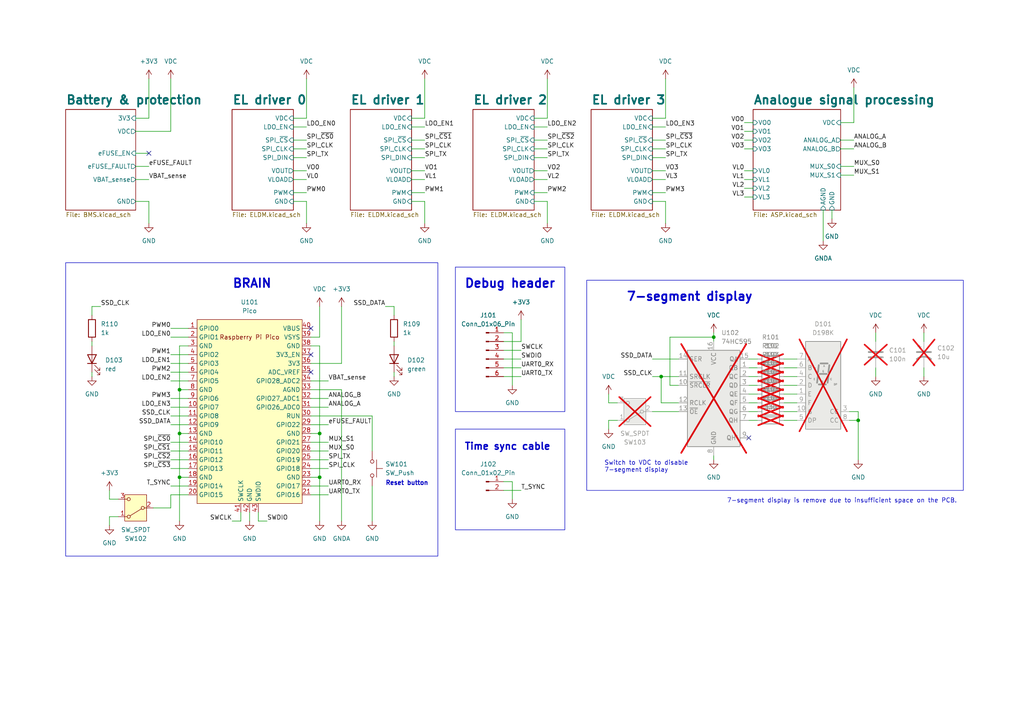
<source format=kicad_sch>
(kicad_sch (version 20230121) (generator eeschema)
  (paper "A4")
  (lib_symbols
    (symbol "74xx:74HC595"
      (property "Reference" "U" (at -7.62 13.97 0))
      (property "Value" "74HC595" (at -7.62 -16.51 0))
      (symbol "74HC595_1_0"
        (pin tri_state line (at 10.16 7.62 180) (length 2.54) (name "QB") (number "1"))
        (pin input line (at -10.16 2.54 0) (length 2.54) (name "~{SRCLR}") (number "10"))
        (pin input line (at -10.16 5.08 0) (length 2.54) (name "SRCLK") (number "11"))
        (pin input line (at -10.16 -2.54 0) (length 2.54) (name "RCLK") (number "12"))
        (pin input line (at -10.16 -5.08 0) (length 2.54) (name "~{OE}") (number "13"))
        (pin input line (at -10.16 10.16 0) (length 2.54) (name "SER") (number "14"))
        (pin tri_state line (at 10.16 10.16 180) (length 2.54) (name "QA") (number "15"))
        (pin power_in line (at 0 15.24 270) (length 2.54) (name "VCC") (number "16"))
        (pin tri_state line (at 10.16 5.08 180) (length 2.54) (name "QC") (number "2"))
        (pin tri_state line (at 10.16 2.54 180) (length 2.54) (name "QD") (number "3"))
        (pin tri_state line (at 10.16 0 180) (length 2.54) (name "QE") (number "4"))
        (pin tri_state line (at 10.16 -2.54 180) (length 2.54) (name "QF") (number "5"))
        (pin tri_state line (at 10.16 -5.08 180) (length 2.54) (name "QG") (number "6"))
        (pin tri_state line (at 10.16 -7.62 180) (length 2.54) (name "QH") (number "7"))
        (pin power_in line (at 0 -17.78 90) (length 2.54) (name "GND") (number "8"))
        (pin output line (at 10.16 -12.7 180) (length 2.54) (name "QH'") (number "9"))
      )
      (symbol "74HC595_1_1"
        (rectangle (start -7.62 12.7) (end 7.62 -15.24) (stroke (width 0.254)) (fill (type background)))
      )
    )
    (symbol "Connector:Conn_01x02_Pin" (pin_names (offset 1.016) hide)
      (property "Reference" "J" (at 0 2.54 0))
      (property "Value" "Conn_01x02_Pin" (at 0 -5.08 0))
      (symbol "Conn_01x02_Pin_1_1"
        (polyline (pts (xy 1.27 -2.54) (xy 0.8636 -2.54)) (stroke (width 0.1524)))
        (polyline (pts (xy 1.27 0) (xy 0.8636 0)) (stroke (width 0.1524)))
        (rectangle (start 0.8636 -2.413) (end 0 -2.667) (stroke (width 0.1524)) (fill (type outline)))
        (rectangle (start 0.8636 0.127) (end 0 -0.127) (stroke (width 0.1524)) (fill (type outline)))
        (pin passive line (at 5.08 0 180) (length 3.81) (name "Pin_1") (number "1"))
        (pin passive line (at 5.08 -2.54 180) (length 3.81) (name "Pin_2") (number "2"))
      )
    )
    (symbol "Connector:Conn_01x06_Pin" (pin_names (offset 1.016) hide)
      (property "Reference" "J" (at 0 7.62 0))
      (property "Value" "Conn_01x06_Pin" (at 0 -10.16 0))
      (symbol "Conn_01x06_Pin_1_1"
        (polyline (pts (xy 1.27 -7.62) (xy 0.8636 -7.62)) (stroke (width 0.1524)))
        (polyline (pts (xy 1.27 -5.08) (xy 0.8636 -5.08)) (stroke (width 0.1524)))
        (polyline (pts (xy 1.27 -2.54) (xy 0.8636 -2.54)) (stroke (width 0.1524)))
        (polyline (pts (xy 1.27 0) (xy 0.8636 0)) (stroke (width 0.1524)))
        (polyline (pts (xy 1.27 2.54) (xy 0.8636 2.54)) (stroke (width 0.1524)))
        (polyline (pts (xy 1.27 5.08) (xy 0.8636 5.08)) (stroke (width 0.1524)))
        (rectangle (start 0.8636 -7.493) (end 0 -7.747) (stroke (width 0.1524)) (fill (type outline)))
        (rectangle (start 0.8636 -4.953) (end 0 -5.207) (stroke (width 0.1524)) (fill (type outline)))
        (rectangle (start 0.8636 -2.413) (end 0 -2.667) (stroke (width 0.1524)) (fill (type outline)))
        (rectangle (start 0.8636 0.127) (end 0 -0.127) (stroke (width 0.1524)) (fill (type outline)))
        (rectangle (start 0.8636 2.667) (end 0 2.413) (stroke (width 0.1524)) (fill (type outline)))
        (rectangle (start 0.8636 5.207) (end 0 4.953) (stroke (width 0.1524)) (fill (type outline)))
        (pin passive line (at 5.08 5.08 180) (length 3.81) (name "Pin_1") (number "1"))
        (pin passive line (at 5.08 2.54 180) (length 3.81) (name "Pin_2") (number "2"))
        (pin passive line (at 5.08 0 180) (length 3.81) (name "Pin_3") (number "3"))
        (pin passive line (at 5.08 -2.54 180) (length 3.81) (name "Pin_4") (number "4"))
        (pin passive line (at 5.08 -5.08 180) (length 3.81) (name "Pin_5") (number "5"))
        (pin passive line (at 5.08 -7.62 180) (length 3.81) (name "Pin_6") (number "6"))
      )
    )
    (symbol "Device:C" (pin_numbers hide) (pin_names (offset 0.254))
      (property "Reference" "C" (at 0.635 2.54 0))
      (property "Value" "C" (at 0.635 -2.54 0))
      (symbol "C_0_1"
        (polyline (pts (xy -2.032 -0.762) (xy 2.032 -0.762)) (stroke (width 0.508)))
        (polyline (pts (xy -2.032 0.762) (xy 2.032 0.762)) (stroke (width 0.508)))
      )
      (symbol "C_1_1"
        (pin passive line (at 0 3.81 270) (length 2.794) (name "~") (number "1"))
        (pin passive line (at 0 -3.81 90) (length 2.794) (name "~") (number "2"))
      )
    )
    (symbol "Device:C_Polarized_US" (pin_numbers hide) (pin_names (offset 0.254) hide)
      (property "Reference" "C" (at 0.635 2.54 0))
      (property "Value" "C_Polarized_US" (at 0.635 -2.54 0))
      (symbol "C_Polarized_US_0_1"
        (polyline (pts (xy -2.032 0.762) (xy 2.032 0.762)) (stroke (width 0.508)))
        (polyline (pts (xy -1.778 2.286) (xy -0.762 2.286)))
        (polyline (pts (xy -1.27 1.778) (xy -1.27 2.794)))
        (arc (start 2.032 -1.27) (mid 0 -0.5572) (end -2.032 -1.27) (stroke (width 0.508)))
      )
      (symbol "C_Polarized_US_1_1"
        (pin passive line (at 0 3.81 270) (length 2.794) (name "~") (number "1"))
        (pin passive line (at 0 -3.81 90) (length 3.302) (name "~") (number "2"))
      )
    )
    (symbol "Device:LED" (pin_numbers hide) (pin_names (offset 1.016) hide)
      (property "Reference" "D" (at 0 2.54 0))
      (property "Value" "LED" (at 0 -2.54 0))
      (symbol "LED_0_1"
        (polyline (pts (xy -1.27 -1.27) (xy -1.27 1.27)) (stroke (width 0.254)))
        (polyline (pts (xy -1.27 0) (xy 1.27 0)))
        (polyline (pts (xy 1.27 -1.27) (xy 1.27 1.27) (xy -1.27 0) (xy 1.27 -1.27)) (stroke (width 0.254)))
        (polyline (pts (xy -3.048 -0.762) (xy -4.572 -2.286) (xy -3.81 -2.286) (xy -4.572 -2.286) (xy -4.572 -1.524)))
        (polyline (pts (xy -1.778 -0.762) (xy -3.302 -2.286) (xy -2.54 -2.286) (xy -3.302 -2.286) (xy -3.302 -1.524)))
      )
      (symbol "LED_1_1"
        (pin passive line (at -3.81 0 0) (length 2.54) (name "K") (number "1"))
        (pin passive line (at 3.81 0 180) (length 2.54) (name "A") (number "2"))
      )
    )
    (symbol "Device:R" (pin_numbers hide) (pin_names (offset 0))
      (property "Reference" "R" (at 2.032 0 90))
      (property "Value" "R" (at 0 0 90))
      (symbol "R_0_1"
        (rectangle (start -1.016 -2.54) (end 1.016 2.54) (stroke (width 0.254)))
      )
      (symbol "R_1_1"
        (pin passive line (at 0 3.81 270) (length 1.27) (name "~") (number "1"))
        (pin passive line (at 0 -3.81 90) (length 1.27) (name "~") (number "2"))
      )
    )
    (symbol "Display_Character:D198K"
      (property "Reference" "U" (at -2.54 13.97 0))
      (property "Value" "D198K" (at 1.27 13.97 0))
      (symbol "D198K_0_0"
        (text "A" (at 0.254 5.588 0) (effects (font (size 0.508 0.508))))
        (text "B" (at 2.54 4.826 0) (effects (font (size 0.508 0.508))))
        (text "C" (at 2.286 1.778 0) (effects (font (size 0.508 0.508))))
        (text "D" (at -0.254 1.016 0) (effects (font (size 0.508 0.508))))
        (text "DP" (at 3.556 0.254 0) (effects (font (size 0.508 0.508))))
        (text "E" (at -2.54 1.778 0) (effects (font (size 0.508 0.508))))
        (text "F" (at -2.286 4.826 0) (effects (font (size 0.508 0.508))))
        (text "G" (at 0 4.064 0) (effects (font (size 0.508 0.508))))
      )
      (symbol "D198K_0_1"
        (rectangle (start -5.08 12.7) (end 5.08 -12.7) (stroke (width 0.254)) (fill (type background)))
        (polyline (pts (xy -1.524 2.794) (xy -1.778 0.762)) (stroke (width 0.508)))
        (polyline (pts (xy -1.27 0.254) (xy 0.762 0.254)) (stroke (width 0.508)))
        (polyline (pts (xy -1.27 5.842) (xy -1.524 3.81)) (stroke (width 0.508)))
        (polyline (pts (xy -1.016 3.302) (xy 1.016 3.302)) (stroke (width 0.508)))
        (polyline (pts (xy -0.762 6.35) (xy 1.27 6.35)) (stroke (width 0.508)))
        (polyline (pts (xy 1.524 2.794) (xy 1.27 0.762)) (stroke (width 0.508)))
        (polyline (pts (xy 1.778 5.842) (xy 1.524 3.81)) (stroke (width 0.508)))
        (polyline (pts (xy 2.54 0.254) (xy 2.54 0.254)) (stroke (width 0.508)))
      )
      (symbol "D198K_1_1"
        (pin input line (at -7.62 -2.54 0) (length 2.54) (name "E") (number "1"))
        (pin input line (at -7.62 -7.62 0) (length 2.54) (name "G") (number "10"))
        (pin input line (at -7.62 0 0) (length 2.54) (name "D") (number "2"))
        (pin input line (at 7.62 -7.62 180) (length 2.54) (name "CC") (number "3"))
        (pin input line (at -7.62 2.54 0) (length 2.54) (name "C") (number "4"))
        (pin input line (at -7.62 -10.16 0) (length 2.54) (name "DP") (number "5"))
        (pin input line (at -7.62 5.08 0) (length 2.54) (name "B") (number "6"))
        (pin input line (at -7.62 7.62 0) (length 2.54) (name "A") (number "7"))
        (pin input line (at 7.62 -10.16 180) (length 2.54) (name "CC") (number "8"))
        (pin input line (at -7.62 -5.08 0) (length 2.54) (name "F") (number "9"))
      )
    )
    (symbol "Pi Pico:Pico"
      (property "Reference" "U" (at -13.97 27.94 0))
      (property "Value" "Pico" (at 0 19.05 0))
      (symbol "Pico_0_0"
        (text "Raspberry Pi Pico" (at 0 21.59 0) (effects (font (size 1.27 1.27))))
      )
      (symbol "Pico_0_1"
        (rectangle (start -15.24 26.67) (end 15.24 -26.67) (fill (type background)))
      )
      (symbol "Pico_1_1"
        (pin bidirectional line (at -17.78 24.13 0) (length 2.54) (name "GPIO0") (number "1"))
        (pin bidirectional line (at -17.78 1.27 0) (length 2.54) (name "GPIO7") (number "10"))
        (pin bidirectional line (at -17.78 -1.27 0) (length 2.54) (name "GPIO8") (number "11"))
        (pin bidirectional line (at -17.78 -3.81 0) (length 2.54) (name "GPIO9") (number "12"))
        (pin power_in line (at -17.78 -6.35 0) (length 2.54) (name "GND") (number "13"))
        (pin bidirectional line (at -17.78 -8.89 0) (length 2.54) (name "GPIO10") (number "14"))
        (pin bidirectional line (at -17.78 -11.43 0) (length 2.54) (name "GPIO11") (number "15"))
        (pin bidirectional line (at -17.78 -13.97 0) (length 2.54) (name "GPIO12") (number "16"))
        (pin bidirectional line (at -17.78 -16.51 0) (length 2.54) (name "GPIO13") (number "17"))
        (pin power_in line (at -17.78 -19.05 0) (length 2.54) (name "GND") (number "18"))
        (pin bidirectional line (at -17.78 -21.59 0) (length 2.54) (name "GPIO14") (number "19"))
        (pin bidirectional line (at -17.78 21.59 0) (length 2.54) (name "GPIO1") (number "2"))
        (pin bidirectional line (at -17.78 -24.13 0) (length 2.54) (name "GPIO15") (number "20"))
        (pin bidirectional line (at 17.78 -24.13 180) (length 2.54) (name "GPIO16") (number "21"))
        (pin bidirectional line (at 17.78 -21.59 180) (length 2.54) (name "GPIO17") (number "22"))
        (pin power_in line (at 17.78 -19.05 180) (length 2.54) (name "GND") (number "23"))
        (pin bidirectional line (at 17.78 -16.51 180) (length 2.54) (name "GPIO18") (number "24"))
        (pin bidirectional line (at 17.78 -13.97 180) (length 2.54) (name "GPIO19") (number "25"))
        (pin bidirectional line (at 17.78 -11.43 180) (length 2.54) (name "GPIO20") (number "26"))
        (pin bidirectional line (at 17.78 -8.89 180) (length 2.54) (name "GPIO21") (number "27"))
        (pin power_in line (at 17.78 -6.35 180) (length 2.54) (name "GND") (number "28"))
        (pin bidirectional line (at 17.78 -3.81 180) (length 2.54) (name "GPIO22") (number "29"))
        (pin power_in line (at -17.78 19.05 0) (length 2.54) (name "GND") (number "3"))
        (pin input line (at 17.78 -1.27 180) (length 2.54) (name "RUN") (number "30"))
        (pin bidirectional line (at 17.78 1.27 180) (length 2.54) (name "GPIO26_ADC0") (number "31"))
        (pin bidirectional line (at 17.78 3.81 180) (length 2.54) (name "GPIO27_ADC1") (number "32"))
        (pin power_in line (at 17.78 6.35 180) (length 2.54) (name "AGND") (number "33"))
        (pin bidirectional line (at 17.78 8.89 180) (length 2.54) (name "GPIO28_ADC2") (number "34"))
        (pin power_in line (at 17.78 11.43 180) (length 2.54) (name "ADC_VREF") (number "35"))
        (pin power_in line (at 17.78 13.97 180) (length 2.54) (name "3V3") (number "36"))
        (pin input line (at 17.78 16.51 180) (length 2.54) (name "3V3_EN") (number "37"))
        (pin bidirectional line (at 17.78 19.05 180) (length 2.54) (name "GND") (number "38"))
        (pin power_in line (at 17.78 21.59 180) (length 2.54) (name "VSYS") (number "39"))
        (pin bidirectional line (at -17.78 16.51 0) (length 2.54) (name "GPIO2") (number "4"))
        (pin power_in line (at 17.78 24.13 180) (length 2.54) (name "VBUS") (number "40"))
        (pin input line (at -2.54 -29.21 90) (length 2.54) (name "SWCLK") (number "41"))
        (pin power_in line (at 0 -29.21 90) (length 2.54) (name "GND") (number "42"))
        (pin bidirectional line (at 2.54 -29.21 90) (length 2.54) (name "SWDIO") (number "43"))
        (pin bidirectional line (at -17.78 13.97 0) (length 2.54) (name "GPIO3") (number "5"))
        (pin bidirectional line (at -17.78 11.43 0) (length 2.54) (name "GPIO4") (number "6"))
        (pin bidirectional line (at -17.78 8.89 0) (length 2.54) (name "GPIO5") (number "7"))
        (pin power_in line (at -17.78 6.35 0) (length 2.54) (name "GND") (number "8"))
        (pin bidirectional line (at -17.78 3.81 0) (length 2.54) (name "GPIO6") (number "9"))
      )
    )
    (symbol "Switch:SW_Push" (pin_numbers hide) (pin_names (offset 1.016) hide)
      (property "Reference" "SW" (at 1.27 2.54 0))
      (property "Value" "SW_Push" (at 0 -1.524 0))
      (symbol "SW_Push_0_1"
        (circle (center -2.032 0) (radius 0.508))
        (polyline (pts (xy 0 1.27) (xy 0 3.048)))
        (polyline (pts (xy 2.54 1.27) (xy -2.54 1.27)))
        (circle (center 2.032 0) (radius 0.508))
        (pin passive line (at -5.08 0 0) (length 2.54) (name "1") (number "1"))
        (pin passive line (at 5.08 0 180) (length 2.54) (name "2") (number "2"))
      )
    )
    (symbol "Switch:SW_SPDT" (pin_names (offset 0) hide)
      (property "Reference" "SW" (at 0 5.08 0))
      (property "Value" "SW_SPDT" (at 0 -5.08 0))
      (symbol "SW_SPDT_0_1"
        (circle (center -2.032 0) (radius 0.4572))
        (polyline (pts (xy -1.651 0.254) (xy 1.651 2.286)))
        (circle (center 2.032 -2.54) (radius 0.4572))
        (circle (center 2.032 2.54) (radius 0.4572))
      )
      (symbol "SW_SPDT_1_1"
        (rectangle (start -3.175 3.81) (end 3.175 -3.81) (fill (type background)))
        (pin passive line (at 5.08 2.54 180) (length 2.54) (name "A") (number "1"))
        (pin passive line (at -5.08 0 0) (length 2.54) (name "B") (number "2"))
        (pin passive line (at 5.08 -2.54 180) (length 2.54) (name "C") (number "3"))
      )
    )
    (symbol "power:+3V3" (power) (pin_names (offset 0))
      (property "Value" "+3V3" (at 0 3.556 0))
      (symbol "+3V3_0_1"
        (polyline (pts (xy -0.762 1.27) (xy 0 2.54)))
        (polyline (pts (xy 0 0) (xy 0 2.54)))
        (polyline (pts (xy 0 2.54) (xy 0.762 1.27)))
      )
      (symbol "+3V3_1_1"
        (pin power_in line (at 0 0 90) (length 0) hide (name "+3V3") (number "1"))
      )
    )
    (symbol "power:GND" (power) (pin_names (offset 0))
      (property "Value" "GND" (at 0 -3.81 0))
      (symbol "GND_0_1"
        (polyline (pts (xy 0 0) (xy 0 -1.27) (xy 1.27 -1.27) (xy 0 -2.54) (xy -1.27 -1.27) (xy 0 -1.27)))
      )
      (symbol "GND_1_1"
        (pin power_in line (at 0 0 270) (length 0) hide (name "GND") (number "1"))
      )
    )
    (symbol "power:GNDA" (power) (pin_names (offset 0))
      (property "Value" "GNDA" (at 0 -3.81 0))
      (symbol "GNDA_0_1"
        (polyline (pts (xy 0 0) (xy 0 -1.27) (xy 1.27 -1.27) (xy 0 -2.54) (xy -1.27 -1.27) (xy 0 -1.27)))
      )
      (symbol "GNDA_1_1"
        (pin power_in line (at 0 0 270) (length 0) hide (name "GNDA") (number "1"))
      )
    )
    (symbol "power:VDC" (power) (pin_names (offset 0))
      (property "Value" "VDC" (at 0 6.35 0))
      (symbol "VDC_0_1"
        (polyline (pts (xy -0.762 1.27) (xy 0 2.54)))
        (polyline (pts (xy 0 0) (xy 0 2.54)))
        (polyline (pts (xy 0 2.54) (xy 0.762 1.27)))
      )
      (symbol "VDC_1_1"
        (pin power_in line (at 0 0 90) (length 0) hide (name "VDC") (number "1"))
      )
    )
  )
  (junction (at 92.71 138.43))
  (junction (at 248.92 121.92))
  (junction (at 52.07 125.73))
  (junction (at 191.77 109.22))
  (junction (at 52.07 138.43))
  (junction (at 207.01 97.79))
  (junction (at 52.07 113.03))
  (junction (at 92.71 125.73))
  (no_connect (at 217.17 127))
  (no_connect (at 43.18 44.45))
  (no_connect (at 90.17 95.25))
  (no_connect (at 90.17 102.87))
  (no_connect (at 90.17 107.95))
  (wire (pts (xy 90.17 125.73) (xy 92.71 125.73)))
  (wire (pts (xy 217.17 106.68) (xy 219.71 106.68)))
  (wire (pts (xy 207.01 133.35) (xy 207.01 132.08)))
  (wire (pts (xy 49.53 110.49) (xy 54.61 110.49)))
  (wire (pts (xy 31.75 149.86) (xy 34.29 149.86)))
  (wire (pts (xy 217.17 119.38) (xy 219.71 119.38)))
  (wire (pts (xy 77.47 151.13) (xy 74.93 151.13)))
  (wire (pts (xy 44.45 147.32) (xy 49.53 147.32)))
  (wire (pts (xy 114.3 88.9) (xy 114.3 91.44)))
  (wire (pts (xy 176.53 124.46) (xy 176.53 121.92)))
  (wire (pts (xy 88.9 34.29) (xy 85.09 34.29)))
  (wire (pts (xy 154.94 49.53) (xy 158.75 49.53)))
  (wire (pts (xy 215.9 57.15) (xy 218.44 57.15)))
  (wire (pts (xy 85.09 49.53) (xy 88.9 49.53)))
  (wire (pts (xy 151.13 99.06) (xy 146.05 99.06)))
  (wire (pts (xy 154.94 36.83) (xy 158.75 36.83)))
  (wire (pts (xy 43.18 22.86) (xy 43.18 34.29)))
  (wire (pts (xy 215.9 49.53) (xy 218.44 49.53)))
  (wire (pts (xy 49.53 95.25) (xy 54.61 95.25)))
  (wire (pts (xy 193.04 64.77) (xy 193.04 58.42)))
  (wire (pts (xy 189.23 119.38) (xy 196.85 119.38)))
  (wire (pts (xy 176.53 121.92) (xy 179.07 121.92)))
  (wire (pts (xy 215.9 38.1) (xy 218.44 38.1)))
  (wire (pts (xy 215.9 52.07) (xy 218.44 52.07)))
  (wire (pts (xy 193.04 58.42) (xy 189.23 58.42)))
  (wire (pts (xy 148.59 139.7) (xy 146.05 139.7)))
  (wire (pts (xy 191.77 109.22) (xy 196.85 109.22)))
  (wire (pts (xy 49.53 118.11) (xy 54.61 118.11)))
  (wire (pts (xy 189.23 45.72) (xy 193.04 45.72)))
  (wire (pts (xy 154.94 52.07) (xy 158.75 52.07)))
  (wire (pts (xy 26.67 107.95) (xy 26.67 109.22)))
  (wire (pts (xy 107.95 140.97) (xy 107.95 151.13)))
  (wire (pts (xy 52.07 113.03) (xy 54.61 113.03)))
  (wire (pts (xy 90.17 140.97) (xy 95.25 140.97)))
  (wire (pts (xy 49.53 107.95) (xy 54.61 107.95)))
  (wire (pts (xy 119.38 49.53) (xy 123.19 49.53)))
  (wire (pts (xy 31.75 152.4) (xy 31.75 149.86)))
  (wire (pts (xy 189.23 55.88) (xy 193.04 55.88)))
  (wire (pts (xy 148.59 144.78) (xy 148.59 139.7)))
  (wire (pts (xy 189.23 40.64) (xy 193.04 40.64)))
  (wire (pts (xy 90.17 130.81) (xy 95.25 130.81)))
  (wire (pts (xy 52.07 125.73) (xy 52.07 138.43)))
  (wire (pts (xy 194.31 97.79) (xy 207.01 97.79)))
  (wire (pts (xy 88.9 22.86) (xy 88.9 34.29)))
  (wire (pts (xy 158.75 64.77) (xy 158.75 58.42)))
  (wire (pts (xy 85.09 43.18) (xy 88.9 43.18)))
  (wire (pts (xy 227.33 104.14) (xy 231.14 104.14)))
  (wire (pts (xy 119.38 45.72) (xy 123.19 45.72)))
  (wire (pts (xy 49.53 22.86) (xy 49.53 38.1)))
  (wire (pts (xy 146.05 142.24) (xy 151.13 142.24)))
  (wire (pts (xy 99.06 88.9) (xy 99.06 105.41)))
  (wire (pts (xy 146.05 101.6) (xy 151.13 101.6)))
  (wire (pts (xy 39.37 48.26) (xy 43.18 48.26)))
  (wire (pts (xy 215.9 54.61) (xy 218.44 54.61)))
  (wire (pts (xy 123.19 34.29) (xy 119.38 34.29)))
  (wire (pts (xy 119.38 43.18) (xy 123.19 43.18)))
  (wire (pts (xy 189.23 104.14) (xy 196.85 104.14)))
  (wire (pts (xy 26.67 99.06) (xy 26.67 100.33)))
  (wire (pts (xy 146.05 104.14) (xy 151.13 104.14)))
  (wire (pts (xy 158.75 34.29) (xy 154.94 34.29)))
  (wire (pts (xy 119.38 55.88) (xy 123.19 55.88)))
  (wire (pts (xy 52.07 100.33) (xy 52.07 113.03)))
  (wire (pts (xy 107.95 120.65) (xy 90.17 120.65)))
  (wire (pts (xy 92.71 88.9) (xy 92.71 97.79)))
  (wire (pts (xy 85.09 40.64) (xy 88.9 40.64)))
  (wire (pts (xy 92.71 100.33) (xy 92.71 125.73)))
  (wire (pts (xy 90.17 128.27) (xy 95.25 128.27)))
  (wire (pts (xy 52.07 113.03) (xy 52.07 125.73)))
  (wire (pts (xy 238.76 60.96) (xy 238.76 69.85)))
  (wire (pts (xy 119.38 40.64) (xy 123.19 40.64)))
  (wire (pts (xy 217.17 104.14) (xy 219.71 104.14)))
  (wire (pts (xy 90.17 110.49) (xy 95.25 110.49)))
  (wire (pts (xy 67.31 151.13) (xy 69.85 151.13)))
  (wire (pts (xy 49.53 143.51) (xy 54.61 143.51)))
  (wire (pts (xy 191.77 116.84) (xy 191.77 109.22)))
  (wire (pts (xy 217.17 109.22) (xy 219.71 109.22)))
  (wire (pts (xy 217.17 111.76) (xy 219.71 111.76)))
  (wire (pts (xy 189.23 52.07) (xy 193.04 52.07)))
  (wire (pts (xy 88.9 64.77) (xy 88.9 58.42)))
  (wire (pts (xy 189.23 109.22) (xy 191.77 109.22)))
  (wire (pts (xy 248.92 121.92) (xy 246.38 121.92)))
  (wire (pts (xy 74.93 151.13) (xy 74.93 148.59)))
  (wire (pts (xy 146.05 109.22) (xy 151.13 109.22)))
  (wire (pts (xy 99.06 151.13) (xy 99.06 113.03)))
  (wire (pts (xy 227.33 114.3) (xy 231.14 114.3)))
  (wire (pts (xy 69.85 151.13) (xy 69.85 148.59)))
  (wire (pts (xy 29.21 88.9) (xy 26.67 88.9)))
  (wire (pts (xy 119.38 52.07) (xy 123.19 52.07)))
  (wire (pts (xy 95.25 133.35) (xy 90.17 133.35)))
  (wire (pts (xy 148.59 111.76) (xy 148.59 96.52)))
  (wire (pts (xy 217.17 114.3) (xy 219.71 114.3)))
  (wire (pts (xy 43.18 58.42) (xy 39.37 58.42)))
  (wire (pts (xy 39.37 52.07) (xy 43.18 52.07)))
  (wire (pts (xy 90.17 123.19) (xy 95.25 123.19)))
  (wire (pts (xy 85.09 36.83) (xy 88.9 36.83)))
  (wire (pts (xy 72.39 151.13) (xy 72.39 148.59)))
  (wire (pts (xy 49.53 140.97) (xy 54.61 140.97)))
  (wire (pts (xy 90.17 100.33) (xy 92.71 100.33)))
  (wire (pts (xy 114.3 107.95) (xy 114.3 109.22)))
  (wire (pts (xy 31.75 142.24) (xy 31.75 144.78)))
  (wire (pts (xy 123.19 64.77) (xy 123.19 58.42)))
  (wire (pts (xy 227.33 116.84) (xy 231.14 116.84)))
  (wire (pts (xy 85.09 52.07) (xy 88.9 52.07)))
  (wire (pts (xy 52.07 138.43) (xy 54.61 138.43)))
  (wire (pts (xy 49.53 115.57) (xy 54.61 115.57)))
  (wire (pts (xy 158.75 58.42) (xy 154.94 58.42)))
  (wire (pts (xy 154.94 45.72) (xy 158.75 45.72)))
  (wire (pts (xy 43.18 34.29) (xy 39.37 34.29)))
  (wire (pts (xy 49.53 38.1) (xy 39.37 38.1)))
  (wire (pts (xy 114.3 99.06) (xy 114.3 100.33)))
  (wire (pts (xy 92.71 97.79) (xy 90.17 97.79)))
  (wire (pts (xy 119.38 36.83) (xy 123.19 36.83)))
  (wire (pts (xy 49.53 105.41) (xy 54.61 105.41)))
  (wire (pts (xy 246.38 119.38) (xy 248.92 119.38)))
  (wire (pts (xy 99.06 113.03) (xy 90.17 113.03)))
  (wire (pts (xy 217.17 116.84) (xy 219.71 116.84)))
  (wire (pts (xy 189.23 43.18) (xy 193.04 43.18)))
  (wire (pts (xy 31.75 144.78) (xy 34.29 144.78)))
  (wire (pts (xy 193.04 34.29) (xy 189.23 34.29)))
  (wire (pts (xy 196.85 111.76) (xy 194.31 111.76)))
  (wire (pts (xy 49.53 130.81) (xy 54.61 130.81)))
  (wire (pts (xy 189.23 36.83) (xy 193.04 36.83)))
  (wire (pts (xy 49.53 128.27) (xy 54.61 128.27)))
  (wire (pts (xy 248.92 119.38) (xy 248.92 121.92)))
  (wire (pts (xy 123.19 22.86) (xy 123.19 34.29)))
  (wire (pts (xy 227.33 106.68) (xy 231.14 106.68)))
  (wire (pts (xy 49.53 135.89) (xy 54.61 135.89)))
  (wire (pts (xy 254 96.52) (xy 254 99.06)))
  (wire (pts (xy 92.71 138.43) (xy 90.17 138.43)))
  (wire (pts (xy 49.53 123.19) (xy 54.61 123.19)))
  (wire (pts (xy 146.05 106.68) (xy 151.13 106.68)))
  (wire (pts (xy 194.31 111.76) (xy 194.31 97.79)))
  (wire (pts (xy 189.23 49.53) (xy 193.04 49.53)))
  (wire (pts (xy 52.07 151.13) (xy 52.07 138.43)))
  (wire (pts (xy 176.53 116.84) (xy 179.07 116.84)))
  (wire (pts (xy 227.33 119.38) (xy 231.14 119.38)))
  (wire (pts (xy 151.13 92.71) (xy 151.13 99.06)))
  (wire (pts (xy 49.53 97.79) (xy 54.61 97.79)))
  (wire (pts (xy 243.84 40.64) (xy 247.65 40.64)))
  (wire (pts (xy 243.84 50.8) (xy 247.65 50.8)))
  (wire (pts (xy 92.71 151.13) (xy 92.71 138.43)))
  (wire (pts (xy 49.53 120.65) (xy 54.61 120.65)))
  (wire (pts (xy 90.17 115.57) (xy 95.25 115.57)))
  (wire (pts (xy 26.67 88.9) (xy 26.67 91.44)))
  (wire (pts (xy 123.19 58.42) (xy 119.38 58.42)))
  (wire (pts (xy 193.04 22.86) (xy 193.04 34.29)))
  (wire (pts (xy 54.61 100.33) (xy 52.07 100.33)))
  (wire (pts (xy 90.17 118.11) (xy 95.25 118.11)))
  (wire (pts (xy 43.18 64.77) (xy 43.18 58.42)))
  (wire (pts (xy 154.94 55.88) (xy 158.75 55.88)))
  (wire (pts (xy 227.33 111.76) (xy 231.14 111.76)))
  (wire (pts (xy 99.06 105.41) (xy 90.17 105.41)))
  (wire (pts (xy 39.37 44.45) (xy 43.18 44.45)))
  (wire (pts (xy 196.85 116.84) (xy 191.77 116.84)))
  (wire (pts (xy 267.97 96.52) (xy 267.97 99.06)))
  (wire (pts (xy 49.53 143.51) (xy 49.53 147.32)))
  (wire (pts (xy 95.25 135.89) (xy 90.17 135.89)))
  (wire (pts (xy 158.75 22.86) (xy 158.75 34.29)))
  (wire (pts (xy 176.53 114.3) (xy 176.53 116.84)))
  (wire (pts (xy 49.53 102.87) (xy 54.61 102.87)))
  (wire (pts (xy 154.94 43.18) (xy 158.75 43.18)))
  (wire (pts (xy 107.95 130.81) (xy 107.95 120.65)))
  (wire (pts (xy 54.61 125.73) (xy 52.07 125.73)))
  (wire (pts (xy 148.59 96.52) (xy 146.05 96.52)))
  (wire (pts (xy 267.97 109.22) (xy 267.97 106.68)))
  (wire (pts (xy 92.71 125.73) (xy 92.71 138.43)))
  (wire (pts (xy 241.3 60.96) (xy 241.3 63.5)))
  (wire (pts (xy 90.17 143.51) (xy 95.25 143.51)))
  (wire (pts (xy 215.9 40.64) (xy 218.44 40.64)))
  (wire (pts (xy 88.9 58.42) (xy 85.09 58.42)))
  (wire (pts (xy 49.53 133.35) (xy 54.61 133.35)))
  (wire (pts (xy 111.76 88.9) (xy 114.3 88.9)))
  (wire (pts (xy 243.84 48.26) (xy 247.65 48.26)))
  (wire (pts (xy 243.84 43.18) (xy 247.65 43.18)))
  (wire (pts (xy 85.09 55.88) (xy 88.9 55.88)))
  (wire (pts (xy 247.65 35.56) (xy 243.84 35.56)))
  (wire (pts (xy 227.33 109.22) (xy 231.14 109.22)))
  (wire (pts (xy 254 109.22) (xy 254 106.68)))
  (wire (pts (xy 215.9 43.18) (xy 218.44 43.18)))
  (wire (pts (xy 247.65 25.4) (xy 247.65 35.56)))
  (wire (pts (xy 217.17 121.92) (xy 219.71 121.92)))
  (wire (pts (xy 227.33 121.92) (xy 231.14 121.92)))
  (wire (pts (xy 207.01 97.79) (xy 207.01 99.06)))
  (wire (pts (xy 215.9 35.56) (xy 218.44 35.56)))
  (wire (pts (xy 248.92 133.35) (xy 248.92 121.92)))
  (wire (pts (xy 154.94 40.64) (xy 158.75 40.64)))
  (wire (pts (xy 207.01 96.52) (xy 207.01 97.79)))
  (wire (pts (xy 85.09 45.72) (xy 88.9 45.72)))
  (rectangle (start 132.08 77.47) (end 163.83 119.38))
  (rectangle (start 19.05 76.2) (end 127 161.29))
  (rectangle (start 132.08 124.46) (end 163.83 153.67))
  (rectangle (start 170.18 81.28) (end 279.4 142.24))
  (text "7-segment display" (at 181.61 87.63 0) (effects (font (size 2.5 2.5) (thickness 0.5) bold) (justify left bottom)))
  (text "Time sync cable" (at 134.62 130.81 0) (effects (font (size 2 2) (thickness 0.4) bold) (justify left bottom)))
  (text "Switch to VDC to disable\n7-segment display" (at 175.26 137.16 0) (effects (font (size 1.27 1.27)) (justify left bottom)))
  (text "7-segment display is remove due to insufficient space on the PCB." (at 210.82 146.05 0) (effects (font (size 1.27 1.27)) (justify left bottom)))
  (text "BRAIN" (at 67.31 83.82 0) (effects (font (size 2.5 2.5) (thickness 0.5) bold) (justify left bottom)))
  (text "Debug header" (at 134.62 83.82 0) (effects (font (size 2.5 2.5) (thickness 0.5) bold) (justify left bottom)))
  (text "Reset button" (at 111.76 140.97 0) (effects (font (size 1.27 1.27) (thickness 0.254) bold) (justify left bottom)))
  (label "PWM2" (at 158.75 55.88 0))
  (label "LDO_EN1" (at 49.53 105.41 180))
  (label "SPI_CLK" (at 158.75 43.18 0))
  (label "T_SYNC" (at 49.53 140.97 180))
  (label "PWM3" (at 49.53 115.57 180))
  (label "LDO_EN2" (at 158.75 36.83 0))
  (label "PWM1" (at 123.19 55.88 0))
  (label "ANALOG_B" (at 247.65 43.18 0))
  (label "LDO_EN3" (at 49.53 118.11 180))
  (label "SPI_TX" (at 158.75 45.72 0))
  (label "SPI_~{CS2}" (at 49.53 133.35 180))
  (label "VL3" (at 193.04 52.07 0))
  (label "SPI_CLK" (at 88.9 43.18 0))
  (label "SPI_TX" (at 88.9 45.72 0))
  (label "MUX_S1" (at 247.65 50.8 0))
  (label "PWM0" (at 88.9 55.88 0))
  (label "UART0_RX" (at 151.13 106.68 0))
  (label "VO0" (at 88.9 49.53 0))
  (label "eFUSE_FAULT" (at 43.18 48.26 0))
  (label "SPI_~{CS0}" (at 49.53 128.27 180))
  (label "SWDIO" (at 151.13 104.14 0))
  (label "PWM0" (at 49.53 95.25 180))
  (label "eFUSE_FAULT" (at 95.25 123.19 0))
  (label "LDO_EN3" (at 193.04 36.83 0))
  (label "ANALOG_A" (at 247.65 40.64 0))
  (label "VL2" (at 215.9 54.61 180))
  (label "VO1" (at 215.9 38.1 180))
  (label "ANALOG_B" (at 95.25 115.57 0))
  (label "SSD_CLK" (at 49.53 120.65 180))
  (label "VL2" (at 158.75 52.07 0))
  (label "VO3" (at 193.04 49.53 0))
  (label "VO2" (at 215.9 40.64 180))
  (label "SPI_CLK" (at 123.19 43.18 0))
  (label "SWCLK" (at 67.31 151.13 180))
  (label "SPI_CLK" (at 193.04 43.18 0))
  (label "VO3" (at 215.9 43.18 180))
  (label "VBAT_sense" (at 95.25 110.49 0))
  (label "SWDIO" (at 77.47 151.13 0))
  (label "MUX_S1" (at 95.25 128.27 0))
  (label "VL1" (at 123.19 52.07 0))
  (label "SPI_~{CS1}" (at 123.19 40.64 0))
  (label "SSD_CLK" (at 29.21 88.9 0))
  (label "LDO_EN2" (at 49.53 110.49 180))
  (label "SSD_CLK" (at 189.23 109.22 180))
  (label "PWM3" (at 193.04 55.88 0))
  (label "LDO_EN0" (at 49.53 97.79 180))
  (label "UART0_TX" (at 95.25 143.51 0))
  (label "MUX_S0" (at 95.25 130.81 0))
  (label "SWCLK" (at 151.13 101.6 0))
  (label "UART0_TX" (at 151.13 109.22 0))
  (label "SSD_DATA" (at 111.76 88.9 180))
  (label "T_SYNC" (at 151.13 142.24 0))
  (label "MUX_S0" (at 247.65 48.26 0))
  (label "SPI_TX" (at 95.25 133.35 0))
  (label "VO0" (at 215.9 35.56 180))
  (label "SPI_TX" (at 123.19 45.72 0))
  (label "PWM1" (at 49.53 102.87 180))
  (label "SPI_~{CS1}" (at 49.53 130.81 180))
  (label "VO2" (at 158.75 49.53 0))
  (label "VL0" (at 88.9 52.07 0))
  (label "SPI_~{CS3}" (at 49.53 135.89 180))
  (label "SSD_DATA" (at 189.23 104.14 180))
  (label "VL1" (at 215.9 52.07 180))
  (label "SPI_TX" (at 193.04 45.72 0))
  (label "VBAT_sense" (at 43.18 52.07 0))
  (label "VL0" (at 215.9 49.53 180))
  (label "VO1" (at 123.19 49.53 0))
  (label "LDO_EN0" (at 88.9 36.83 0))
  (label "UART0_RX" (at 95.25 140.97 0))
  (label "PWM2" (at 49.53 107.95 180))
  (label "SPI_~{CS0}" (at 88.9 40.64 0))
  (label "SPI_~{CS2}" (at 158.75 40.64 0))
  (label "ANALOG_A" (at 95.25 118.11 0))
  (label "SSD_DATA" (at 49.53 123.19 180))
  (label "VL3" (at 215.9 57.15 180))
  (label "SPI_~{CS3}" (at 193.04 40.64 0))
  (label "LDO_EN1" (at 123.19 36.83 0))
  (label "SPI_CLK" (at 95.25 135.89 0))
  (symbol (lib_id "power:GND") (at 158.75 64.77 0) (unit 1)
    (property "Reference" "#PWR0119" (effects hide))
    (property "Value" "GND" (at 158.75 69.85 0))
  )
  (symbol (lib_id "Device:R") (at 223.52 119.38 90) (unit 1) (in_bom no) (on_board no) (dnp yes)
    (property "Reference" "R107" (at 223.52 113.03 90))
    (property "Value" "330" (at 223.52 115.57 90))
    (property "Footprint" "Resistor_SMD:R_0603_1608Metric_Pad0.98x0.95mm_HandSolder" (effects hide))
    (property "LCSC" "C23138" (effects hide))
  )
  (symbol (lib_id "power:VDC") (at 123.19 22.86 0) (unit 1)
    (property "Reference" "#PWR0113" (effects hide))
    (property "Value" "VDC" (at 123.19 17.78 0))
  )
  (symbol (lib_id "power:VDC") (at 88.9 22.86 0) (unit 1)
    (property "Reference" "#PWR0110" (effects hide))
    (property "Value" "VDC" (at 88.9 17.78 0))
  )
  (symbol (lib_id "power:GND") (at 52.07 151.13 0) (mirror y) (unit 1)
    (property "Reference" "#PWR0101" (effects hide))
    (property "Value" "GND" (at 52.07 156.21 0))
  )
  (symbol (lib_id "Device:R") (at 114.3 95.25 0) (unit 1)
    (property "Reference" "R109" (at 116.84 93.98 0) (effects (justify left)))
    (property "Value" "1k" (at 116.84 96.52 0) (effects (justify left)))
    (property "Footprint" "Resistor_SMD:R_0603_1608Metric_Pad0.98x0.95mm_HandSolder" (effects hide))
    (property "LCSC" "C21190" (effects hide))
  )
  (symbol (lib_id "power:GND") (at 114.3 109.22 0) (mirror y) (unit 1)
    (property "Reference" "#PWR0179" (effects hide))
    (property "Value" "GND" (at 114.3 114.3 0))
  )
  (symbol (lib_id "Device:R") (at 223.52 104.14 90) (unit 1) (in_bom no) (on_board no) (dnp yes)
    (property "Reference" "R101" (at 223.52 97.79 90))
    (property "Value" "330" (at 223.52 100.33 90))
    (property "Footprint" "Resistor_SMD:R_0603_1608Metric_Pad0.98x0.95mm_HandSolder" (effects hide))
    (property "LCSC" "C23138" (effects hide))
  )
  (symbol (lib_id "power:GNDA") (at 99.06 151.13 0) (unit 1)
    (property "Reference" "#PWR0109" (effects hide))
    (property "Value" "GNDA" (at 99.06 156.21 0))
  )
  (symbol (lib_id "Device:C_Polarized_US") (at 267.97 102.87 0) (unit 1) (in_bom no) (on_board no) (dnp yes)
    (property "Reference" "C102" (at 271.78 100.965 0) (effects (justify left)))
    (property "Value" "10u" (at 271.78 103.505 0) (effects (justify left)))
    (property "Footprint" "Capacitor_THT:CP_Radial_D8.0mm_P2.50mm" (effects hide))
  )
  (symbol (lib_id "power:VDC") (at 158.75 22.86 0) (unit 1)
    (property "Reference" "#PWR0118" (effects hide))
    (property "Value" "VDC" (at 158.75 17.78 0))
  )
  (symbol (lib_id "power:VDC") (at 193.04 22.86 0) (unit 1)
    (property "Reference" "#PWR0121" (effects hide))
    (property "Value" "VDC" (at 193.04 17.78 0))
  )
  (symbol (lib_id "power:VDC") (at 247.65 25.4 0) (unit 1)
    (property "Reference" "#PWR0128" (effects hide))
    (property "Value" "VDC" (at 247.65 20.32 0))
  )
  (symbol (lib_id "Device:LED") (at 26.67 104.14 90) (unit 1)
    (property "Reference" "D103" (at 30.48 104.4575 90) (effects (justify right)))
    (property "Value" "red" (at 30.48 106.9975 90) (effects (justify right)))
    (property "Footprint" "LED_SMD:LED_0805_2012Metric_Pad1.15x1.40mm_HandSolder" (effects hide))
    (property "LCSC" "C84256" (effects hide))
  )
  (symbol (lib_id "power:VDC") (at 207.01 96.52 0) (unit 1)
    (property "Reference" "#PWR0116" (effects hide))
    (property "Value" "VDC" (at 207.01 91.44 0))
  )
  (symbol (lib_id "Device:R") (at 223.52 106.68 90) (unit 1) (in_bom no) (on_board no) (dnp yes)
    (property "Reference" "R102" (at 223.52 100.33 90))
    (property "Value" "330" (at 223.52 102.87 90))
    (property "Footprint" "Resistor_SMD:R_0603_1608Metric_Pad0.98x0.95mm_HandSolder" (effects hide))
    (property "LCSC" "C23138" (effects hide))
  )
  (symbol (lib_id "power:VDC") (at 254 96.52 0) (unit 1)
    (property "Reference" "#PWR0129" (effects hide))
    (property "Value" "VDC" (at 254 91.44 0))
  )
  (symbol (lib_id "power:VDC") (at 49.53 22.86 0) (unit 1)
    (property "Reference" "#PWR0104" (effects hide))
    (property "Value" "VDC" (at 49.53 17.78 0))
  )
  (symbol (lib_id "Device:LED") (at 114.3 104.14 90) (unit 1)
    (property "Reference" "D102" (at 118.11 104.4575 90) (effects (justify right)))
    (property "Value" "green" (at 118.11 106.9975 90) (effects (justify right)))
    (property "Footprint" "LED_SMD:LED_0805_2012Metric_Pad1.15x1.40mm_HandSolder" (effects hide))
    (property "LCSC" "C2297" (effects hide))
  )
  (symbol (lib_id "Device:R") (at 223.52 121.92 90) (unit 1) (in_bom no) (on_board no) (dnp yes)
    (property "Reference" "R108" (at 223.52 115.57 90))
    (property "Value" "330" (at 223.52 118.11 90))
    (property "Footprint" "Resistor_SMD:R_0603_1608Metric_Pad0.98x0.95mm_HandSolder" (effects hide))
    (property "LCSC" "C23138" (effects hide))
  )
  (symbol (lib_id "Switch:SW_Push") (at 107.95 135.89 270) (unit 1)
    (property "Reference" "SW101" (at 111.76 134.62 90) (effects (justify left)))
    (property "Value" "SW_Push" (at 111.76 137.16 90) (effects (justify left)))
    (property "Footprint" "Button_Switch_SMD:SW_Push_1P1T_NO_6x6mm_H9.5mm" (effects hide))
  )
  (symbol (lib_id "Device:R") (at 223.52 111.76 90) (unit 1) (in_bom no) (on_board no) (dnp yes)
    (property "Reference" "R104" (at 223.52 105.41 90))
    (property "Value" "330" (at 223.52 107.95 90))
    (property "Footprint" "Resistor_SMD:R_0603_1608Metric_Pad0.98x0.95mm_HandSolder" (effects hide))
    (property "LCSC" "C23138" (effects hide))
  )
  (symbol (lib_id "power:GND") (at 43.18 64.77 0) (unit 1)
    (property "Reference" "#PWR0103" (effects hide))
    (property "Value" "GND" (at 43.18 69.85 0))
  )
  (symbol (lib_id "power:GND") (at 123.19 64.77 0) (unit 1)
    (property "Reference" "#PWR0114" (effects hide))
    (property "Value" "GND" (at 123.19 69.85 0))
  )
  (symbol (lib_id "Device:R") (at 223.52 116.84 90) (unit 1) (in_bom no) (on_board no) (dnp yes)
    (property "Reference" "R106" (at 223.52 110.49 90))
    (property "Value" "330" (at 223.52 113.03 90))
    (property "Footprint" "Resistor_SMD:R_0603_1608Metric_Pad0.98x0.95mm_HandSolder" (effects hide))
    (property "LCSC" "C23138" (effects hide))
  )
  (symbol (lib_id "power:VDC") (at 176.53 114.3 0) (unit 1)
    (property "Reference" "#PWR0133" (effects hide))
    (property "Value" "VDC" (at 176.53 109.22 0))
  )
  (symbol (lib_id "power:GND") (at 88.9 64.77 0) (unit 1)
    (property "Reference" "#PWR0111" (effects hide))
    (property "Value" "GND" (at 88.9 69.85 0))
  )
  (symbol (lib_id "74xx:74HC595") (at 207.01 114.3 0) (unit 1) (in_bom no) (on_board no) (dnp yes)
    (property "Reference" "U102" (at 209.2041 96.52 0) (effects (justify left)))
    (property "Value" "74HC595" (at 209.2041 99.06 0) (effects (justify left)))
    (property "Footprint" "Package_SO:SO-16_3.9x9.9mm_P1.27mm" (effects hide))
    (property "Datasheet" "http://www.ti.com/lit/ds/symlink/sn74hc595.pdf" (effects hide))
    (property "LCSC" "C5947" (effects hide))
  )
  (symbol (lib_id "power:+3V3") (at 31.75 142.24 0) (unit 1)
    (property "Reference" "#PWR0134" (effects hide))
    (property "Value" "+3V3" (at 31.75 137.16 0))
  )
  (symbol (lib_id "Switch:SW_SPDT") (at 39.37 147.32 180) (unit 1)
    (property "Reference" "SW102" (at 39.37 156.21 0))
    (property "Value" "SW_SPDT" (at 39.37 153.67 0))
    (property "Footprint" "Button_Switch_THT:SW_CK_JS202011CQN_DPDT_Straight" (effects hide))
  )
  (symbol (lib_id "power:VDC") (at 92.71 88.9 0) (unit 1)
    (property "Reference" "#PWR0106" (effects hide))
    (property "Value" "VDC" (at 92.71 83.82 0))
  )
  (symbol (lib_id "power:GNDA") (at 238.76 69.85 0) (unit 1)
    (property "Reference" "#PWR0125" (effects hide))
    (property "Value" "GNDA" (at 238.76 74.93 0))
  )
  (symbol (lib_id "power:GND") (at 31.75 152.4 0) (unit 1)
    (property "Reference" "#PWR0135" (effects hide))
    (property "Value" "GND" (at 31.75 157.48 0))
  )
  (symbol (lib_id "power:GND") (at 148.59 144.78 0) (unit 1)
    (property "Reference" "#PWR0127" (effects hide))
    (property "Value" "GND" (at 148.59 149.86 0))
  )
  (symbol (lib_id "power:+3V3") (at 43.18 22.86 0) (unit 1)
    (property "Reference" "#PWR0102" (effects hide))
    (property "Value" "+3V3" (at 43.18 17.78 0))
  )
  (symbol (lib_id "power:GND") (at 72.39 151.13 0) (unit 1)
    (property "Reference" "#PWR0105" (effects hide))
    (property "Value" "GND" (at 72.39 156.21 0))
  )
  (symbol (lib_id "Device:R") (at 26.67 95.25 0) (unit 1)
    (property "Reference" "R110" (at 29.21 93.98 0) (effects (justify left)))
    (property "Value" "1k" (at 29.21 96.52 0) (effects (justify left)))
    (property "Footprint" "Resistor_SMD:R_0603_1608Metric_Pad0.98x0.95mm_HandSolder" (effects hide))
    (property "LCSC" "C21190" (effects hide))
  )
  (symbol (lib_id "Device:R") (at 223.52 114.3 90) (unit 1) (in_bom no) (on_board no) (dnp yes)
    (property "Reference" "R105" (at 223.52 107.95 90))
    (property "Value" "330" (at 223.52 110.49 90))
    (property "Footprint" "Resistor_SMD:R_0603_1608Metric_Pad0.98x0.95mm_HandSolder" (effects hide))
    (property "LCSC" "C23138" (effects hide))
  )
  (symbol (lib_id "Device:C") (at 254 102.87 0) (unit 1) (in_bom no) (on_board no) (dnp yes)
    (property "Reference" "C101" (at 257.81 101.6 0) (effects (justify left)))
    (property "Value" "100n" (at 257.81 104.14 0) (effects (justify left)))
    (property "Footprint" "Capacitor_SMD:C_0603_1608Metric_Pad1.08x0.95mm_HandSolder" (effects hide))
    (property "LCSC" "C14663" (effects hide))
  )
  (symbol (lib_id "power:GND") (at 254 109.22 0) (unit 1)
    (property "Reference" "#PWR0130" (effects hide))
    (property "Value" "GND" (at 254 114.3 0))
  )
  (symbol (lib_id "power:GND") (at 193.04 64.77 0) (unit 1)
    (property "Reference" "#PWR0122" (effects hide))
    (property "Value" "GND" (at 193.04 69.85 0))
  )
  (symbol (lib_id "Device:R") (at 223.52 109.22 90) (unit 1) (in_bom no) (on_board no) (dnp yes)
    (property "Reference" "R103" (at 223.52 102.87 90))
    (property "Value" "330" (at 223.52 105.41 90))
    (property "Footprint" "Resistor_SMD:R_0603_1608Metric_Pad0.98x0.95mm_HandSolder" (effects hide))
    (property "LCSC" "C23138" (effects hide))
  )
  (symbol (lib_id "Connector:Conn_01x02_Pin") (at 140.97 139.7 0) (unit 1)
    (property "Reference" "J102" (at 141.605 134.62 0))
    (property "Value" "Conn_01x02_Pin" (at 141.605 137.16 0))
    (property "Footprint" "Connector_PinHeader_2.54mm:PinHeader_1x02_P2.54mm_Vertical" (effects hide))
  )
  (symbol (lib_id "power:GND") (at 241.3 63.5 0) (unit 1)
    (property "Reference" "#PWR0126" (effects hide))
    (property "Value" "GND" (at 241.3 68.58 0))
  )
  (symbol (lib_id "Switch:SW_SPDT") (at 184.15 119.38 180) (unit 1) (in_bom no) (on_board no) (dnp yes)
    (property "Reference" "SW103" (at 184.15 128.27 0))
    (property "Value" "SW_SPDT" (at 184.15 125.73 0))
    (property "Footprint" "Button_Switch_THT:SW_CK_JS202011CQN_DPDT_Straight" (effects hide))
  )
  (symbol (lib_id "Connector:Conn_01x06_Pin") (at 140.97 101.6 0) (unit 1)
    (property "Reference" "J101" (at 141.605 91.44 0))
    (property "Value" "Conn_01x06_Pin" (at 141.605 93.98 0))
    (property "Footprint" "Connector_PinHeader_2.54mm:PinHeader_1x06_P2.54mm_Vertical" (effects hide))
  )
  (symbol (lib_id "power:GND") (at 267.97 109.22 0) (unit 1)
    (property "Reference" "#PWR0132" (effects hide))
    (property "Value" "GND" (at 267.97 114.3 0))
  )
  (symbol (lib_id "power:GND") (at 92.71 151.13 0) (unit 1)
    (property "Reference" "#PWR0107" (effects hide))
    (property "Value" "GND" (at 92.71 156.21 0))
  )
  (symbol (lib_id "power:GND") (at 207.01 133.35 0) (unit 1)
    (property "Reference" "#PWR0117" (effects hide))
    (property "Value" "GND" (at 207.01 138.43 0))
  )
  (symbol (lib_id "power:GND") (at 176.53 124.46 0) (unit 1)
    (property "Reference" "#PWR0115" (effects hide))
    (property "Value" "GND" (at 176.53 129.54 0))
  )
  (symbol (lib_id "power:+3V3") (at 151.13 92.71 0) (unit 1)
    (property "Reference" "#PWR0124" (effects hide))
    (property "Value" "+3V3" (at 151.13 87.63 0))
  )
  (symbol (lib_id "Display_Character:D198K") (at 238.76 111.76 0) (unit 1) (in_bom no) (on_board no) (dnp yes)
    (property "Reference" "D101" (at 238.76 93.98 0))
    (property "Value" "D198K" (at 238.76 96.52 0))
    (property "Footprint" "Display_7Segment:D1X8K" (effects hide))
    (property "Datasheet" "https://ia800903.us.archive.org/24/items/CTKD1x8K/Cromatek%20D168K.pdf" (effects hide))
  )
  (symbol (lib_id "power:+3V3") (at 99.06 88.9 0) (unit 1)
    (property "Reference" "#PWR0108" (effects hide))
    (property "Value" "+3V3" (at 99.06 83.82 0))
  )
  (symbol (lib_id "power:GND") (at 26.67 109.22 0) (mirror y) (unit 1)
    (property "Reference" "#PWR0178" (effects hide))
    (property "Value" "GND" (at 26.67 114.3 0))
  )
  (symbol (lib_id "power:GND") (at 248.92 133.35 0) (unit 1)
    (property "Reference" "#PWR0120" (effects hide))
    (property "Value" "GND" (at 248.92 138.43 0))
  )
  (symbol (lib_id "Pi Pico:Pico") (at 72.39 119.38 0) (unit 1)
    (property "Reference" "U101" (at 72.39 87.63 0))
    (property "Value" "Pico" (at 72.39 90.17 0))
    (property "Footprint" "More Pi Pico:RaspberryPi_Pico_Original_SMD" (effects hide))
  )
  (symbol (lib_id "power:VDC") (at 267.97 96.52 0) (unit 1)
    (property "Reference" "#PWR0131" (effects hide))
    (property "Value" "VDC" (at 267.97 91.44 0))
  )
  (symbol (lib_id "power:GND") (at 107.95 151.13 0) (unit 1)
    (property "Reference" "#PWR0112" (effects hide))
    (property "Value" "GND" (at 107.95 156.21 0))
  )
  (symbol (lib_id "power:GND") (at 148.59 111.76 0) (unit 1)
    (property "Reference" "#PWR0123" (effects hide))
    (property "Value" "GND" (at 148.59 116.84 0))
  )
  (sheet (at 19.05 31.75) (size 20.32 29.21) (stroke (width 0.1524))
    (property "Sheetname" "Battery & protection" (at 19.05 30.4234 0) (effects (font (size 2.5 2.5) bold) (justify left bottom)))
    (property "Sheetfile" "BMS.kicad_sch" (at 19.05 61.5446 0) (effects (justify left top)))
    (pin "3V3" input (at 39.37 34.29 0))
    (pin "eFUSE_EN" input (at 39.37 44.45 0))
    (pin "VBAT_sense" output (at 39.37 52.07 0))
    (pin "VDC" output (at 39.37 38.1 0))
    (pin "eFUSE_FAULT" output (at 39.37 48.26 0))
    (pin "GND" output (at 39.37 58.42 0))
  )
  (sheet (at 67.31 31.75) (size 17.78 29.21) (stroke (width 0.1524))
    (property "Sheetname" "EL driver 0" (at 67.31 30.4234 0) (effects (font (size 2.5 2.5) bold) (justify left bottom)))
    (property "Sheetfile" "ELDM.kicad_sch" (at 67.31 61.5446 0) (effects (justify left top)))
    (pin "PWM" input (at 85.09 55.88 0))
    (pin "VOUT" output (at 85.09 49.53 0))
    (pin "SPI_CLK" input (at 85.09 43.18 0))
    (pin "SPI_~{CS}" input (at 85.09 40.64 0))
    (pin "SPI_DIN" input (at 85.09 45.72 0))
    (pin "LDO_EN" input (at 85.09 36.83 0))
    (pin "GND" input (at 85.09 58.42 0))
    (pin "VDC" input (at 85.09 34.29 0))
    (pin "VLOAD" output (at 85.09 52.07 0))
  )
  (sheet (at 137.16 31.75) (size 17.78 29.21) (stroke (width 0.1524))
    (property "Sheetname" "EL driver 2" (at 137.16 30.4234 0) (effects (font (size 2.5 2.5) bold) (justify left bottom)))
    (property "Sheetfile" "ELDM.kicad_sch" (at 137.16 61.5446 0) (effects (justify left top)))
    (pin "PWM" input (at 154.94 55.88 0))
    (pin "VOUT" output (at 154.94 49.53 0))
    (pin "SPI_CLK" input (at 154.94 43.18 0))
    (pin "SPI_~{CS}" input (at 154.94 40.64 0))
    (pin "SPI_DIN" input (at 154.94 45.72 0))
    (pin "LDO_EN" input (at 154.94 36.83 0))
    (pin "GND" input (at 154.94 58.42 0))
    (pin "VDC" input (at 154.94 34.29 0))
    (pin "VLOAD" output (at 154.94 52.07 0))
  )
  (sheet (at 101.6 31.75) (size 17.78 29.21) (stroke (width 0.1524))
    (property "Sheetname" "EL driver 1" (at 101.6 30.4234 0) (effects (font (size 2.5 2.5) bold) (justify left bottom)))
    (property "Sheetfile" "ELDM.kicad_sch" (at 101.6 61.5446 0) (effects (justify left top)))
    (pin "PWM" input (at 119.38 55.88 0))
    (pin "VOUT" output (at 119.38 49.53 0))
    (pin "SPI_CLK" input (at 119.38 43.18 0))
    (pin "SPI_~{CS}" input (at 119.38 40.64 0))
    (pin "SPI_DIN" input (at 119.38 45.72 0))
    (pin "LDO_EN" input (at 119.38 36.83 0))
    (pin "GND" input (at 119.38 58.42 0))
    (pin "VDC" input (at 119.38 34.29 0))
    (pin "VLOAD" output (at 119.38 52.07 0))
  )
  (sheet (at 218.44 31.75) (size 25.4 29.21) (stroke (width 0.1524))
    (property "Sheetname" "Analogue signal processing" (at 218.44 30.4234 0) (effects (font (size 2.5 2.5) bold) (justify left bottom)))
    (property "Sheetfile" "ASP.kicad_sch" (at 218.44 61.5446 0) (effects (justify left top)))
    (pin "VO0" input (at 218.44 35.56 180))
    (pin "VO1" input (at 218.44 38.1 180))
    (pin "AGND" input (at 238.76 60.96 270))
    (pin "GND" input (at 241.3 60.96 270))
    (pin "MUX_S0" input (at 243.84 48.26 0))
    (pin "ANALOG_A" output (at 243.84 40.64 0))
    (pin "MUX_S1" input (at 243.84 50.8 0))
    (pin "ANALOG_B" output (at 243.84 43.18 0))
    (pin "VDC" input (at 243.84 35.56 0))
    (pin "VO3" input (at 218.44 43.18 180))
    (pin "VO2" input (at 218.44 40.64 180))
    (pin "VL2" input (at 218.44 54.61 180))
    (pin "VL0" input (at 218.44 49.53 180))
    (pin "VL1" input (at 218.44 52.07 180))
    (pin "VL3" input (at 218.44 57.15 180))
  )
  (sheet (at 171.45 31.75) (size 17.78 29.21) (stroke (width 0.1524))
    (property "Sheetname" "EL driver 3" (at 171.45 30.4234 0) (effects (font (size 2.5 2.5) bold) (justify left bottom)))
    (property "Sheetfile" "ELDM.kicad_sch" (at 171.45 61.5446 0) (effects (justify left top)))
    (pin "PWM" input (at 189.23 55.88 0))
    (pin "VOUT" output (at 189.23 49.53 0))
    (pin "SPI_CLK" input (at 189.23 43.18 0))
    (pin "SPI_~{CS}" input (at 189.23 40.64 0))
    (pin "SPI_DIN" input (at 189.23 45.72 0))
    (pin "LDO_EN" input (at 189.23 36.83 0))
    (pin "GND" input (at 189.23 58.42 0))
    (pin "VDC" input (at 189.23 34.29 0))
    (pin "VLOAD" output (at 189.23 52.07 0))
  )
)
</source>
